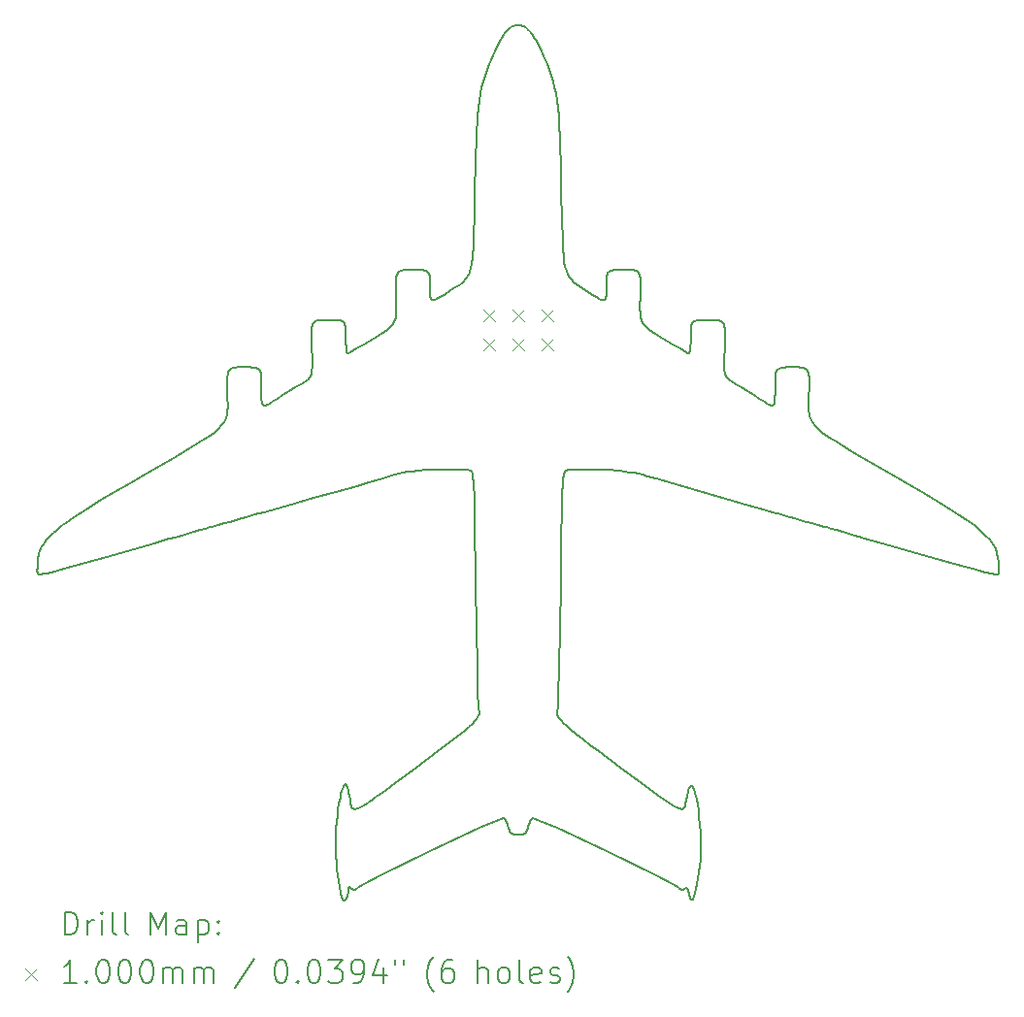
<source format=gbr>
%TF.GenerationSoftware,KiCad,Pcbnew,(6.99.0-2452-gdb4f2d9dd8)*%
%TF.CreationDate,2022-07-20T23:01:23+09:00*%
%TF.ProjectId,an225,616e3232-352e-46b6-9963-61645f706362,rev?*%
%TF.SameCoordinates,Original*%
%TF.FileFunction,Drillmap*%
%TF.FilePolarity,Positive*%
%FSLAX45Y45*%
G04 Gerber Fmt 4.5, Leading zero omitted, Abs format (unit mm)*
G04 Created by KiCad (PCBNEW (6.99.0-2452-gdb4f2d9dd8)) date 2022-07-20 23:01:23*
%MOMM*%
%LPD*%
G01*
G04 APERTURE LIST*
%ADD10C,0.150000*%
%ADD11C,0.200000*%
%ADD12C,0.100000*%
G04 APERTURE END LIST*
D10*
X12002557Y-4592215D02*
X12015200Y-4594929D01*
X12027853Y-4599452D01*
X12040521Y-4605784D01*
X12053208Y-4613925D01*
X12065918Y-4623876D01*
X12078658Y-4635636D01*
X12091431Y-4649204D01*
X12104242Y-4664583D01*
X12117097Y-4681770D01*
X12130000Y-4700767D01*
X12142956Y-4721572D01*
X12155969Y-4744187D01*
X12169044Y-4768612D01*
X12182187Y-4794845D01*
X12195402Y-4822888D01*
X12220220Y-4878251D01*
X12242343Y-4930613D01*
X12261947Y-4981224D01*
X12279206Y-5031330D01*
X12294296Y-5082182D01*
X12307391Y-5135028D01*
X12318668Y-5191116D01*
X12328300Y-5251695D01*
X12336464Y-5318015D01*
X12343334Y-5391322D01*
X12349085Y-5472867D01*
X12353892Y-5563898D01*
X12357931Y-5665663D01*
X12361377Y-5779411D01*
X12367189Y-6047852D01*
X12371941Y-6290027D01*
X12377615Y-6473359D01*
X12381478Y-6546046D01*
X12386388Y-6607728D01*
X12392617Y-6659639D01*
X12400437Y-6703014D01*
X12410119Y-6739088D01*
X12421937Y-6769096D01*
X12436161Y-6794273D01*
X12453064Y-6815854D01*
X12472919Y-6835074D01*
X12495997Y-6853168D01*
X12552910Y-6890917D01*
X12623832Y-6936176D01*
X12652230Y-6953891D01*
X12676378Y-6968275D01*
X12696620Y-6979286D01*
X12713299Y-6986883D01*
X12720410Y-6989388D01*
X12726759Y-6991024D01*
X12732388Y-6991785D01*
X12737342Y-6991667D01*
X12741663Y-6990664D01*
X12745394Y-6988770D01*
X12748578Y-6985982D01*
X12751258Y-6982294D01*
X12753476Y-6977700D01*
X12755276Y-6972195D01*
X12756701Y-6965774D01*
X12757794Y-6958432D01*
X12759153Y-6940964D01*
X12759699Y-6919749D01*
X12759724Y-6865913D01*
X12760019Y-6820403D01*
X12760722Y-6801991D01*
X12762090Y-6786204D01*
X12763093Y-6779232D01*
X12764346Y-6772840D01*
X12765876Y-6767004D01*
X12767711Y-6761698D01*
X12769878Y-6756897D01*
X12772407Y-6752576D01*
X12775323Y-6748709D01*
X12778656Y-6745272D01*
X12782432Y-6742238D01*
X12786680Y-6739583D01*
X12791427Y-6737282D01*
X12796700Y-6735308D01*
X12802529Y-6733638D01*
X12808940Y-6732245D01*
X12815961Y-6731105D01*
X12823619Y-6730192D01*
X12840961Y-6728946D01*
X12861188Y-6728307D01*
X12911180Y-6728037D01*
X12937839Y-6728095D01*
X12961158Y-6728501D01*
X12981348Y-6729601D01*
X12990335Y-6730520D01*
X12998619Y-6731743D01*
X13006226Y-6733314D01*
X13013182Y-6735276D01*
X13019514Y-6737671D01*
X13025247Y-6740545D01*
X13030409Y-6743940D01*
X13035025Y-6747899D01*
X13039122Y-6752466D01*
X13042726Y-6757685D01*
X13045863Y-6763599D01*
X13048559Y-6770251D01*
X13050842Y-6777684D01*
X13052737Y-6785943D01*
X13054270Y-6795070D01*
X13055469Y-6805110D01*
X13056358Y-6816105D01*
X13056965Y-6828098D01*
X13057435Y-6855256D01*
X13057091Y-6886930D01*
X13054800Y-6965219D01*
X13052614Y-7043751D01*
X13052518Y-7076004D01*
X13053472Y-7104289D01*
X13055765Y-7129135D01*
X13057503Y-7140434D01*
X13059685Y-7151073D01*
X13062345Y-7161117D01*
X13065521Y-7170633D01*
X13069248Y-7179687D01*
X13073562Y-7188346D01*
X13078499Y-7196675D01*
X13084096Y-7204740D01*
X13090388Y-7212609D01*
X13097412Y-7220348D01*
X13105204Y-7228021D01*
X13113800Y-7235697D01*
X13133547Y-7251320D01*
X13156942Y-7267746D01*
X13184275Y-7285504D01*
X13251906Y-7327142D01*
X13332989Y-7376182D01*
X13402259Y-7417491D01*
X13452364Y-7446727D01*
X13467933Y-7455459D01*
X13475954Y-7459544D01*
X13476933Y-7459739D01*
X13477900Y-7459539D01*
X13478854Y-7458955D01*
X13479792Y-7457995D01*
X13480714Y-7456668D01*
X13481619Y-7454984D01*
X13482506Y-7452952D01*
X13483372Y-7450581D01*
X13485042Y-7444859D01*
X13486617Y-7437891D01*
X13488089Y-7429752D01*
X13489447Y-7420515D01*
X13490683Y-7410253D01*
X13491785Y-7399041D01*
X13492745Y-7386951D01*
X13493552Y-7374058D01*
X13494197Y-7360435D01*
X13494670Y-7346156D01*
X13494960Y-7331294D01*
X13495060Y-7315923D01*
X13495356Y-7265989D01*
X13496061Y-7245786D01*
X13497433Y-7228464D01*
X13498439Y-7220815D01*
X13499695Y-7213802D01*
X13501230Y-7207398D01*
X13503070Y-7201577D01*
X13505245Y-7196309D01*
X13507780Y-7191568D01*
X13510706Y-7187325D01*
X13514048Y-7183553D01*
X13517835Y-7180225D01*
X13522096Y-7177311D01*
X13526857Y-7174786D01*
X13532146Y-7172621D01*
X13537992Y-7170788D01*
X13544422Y-7169260D01*
X13551464Y-7168009D01*
X13559145Y-7167007D01*
X13576539Y-7165640D01*
X13596825Y-7164939D01*
X13646967Y-7164643D01*
X13673704Y-7164704D01*
X13697091Y-7165132D01*
X13717338Y-7166291D01*
X13726349Y-7167260D01*
X13734654Y-7168550D01*
X13742279Y-7170206D01*
X13749250Y-7172274D01*
X13755594Y-7174799D01*
X13761336Y-7177829D01*
X13766503Y-7181407D01*
X13771121Y-7185581D01*
X13775217Y-7190396D01*
X13778816Y-7195898D01*
X13781945Y-7202132D01*
X13784630Y-7209144D01*
X13786898Y-7216981D01*
X13788774Y-7225687D01*
X13790285Y-7235309D01*
X13791457Y-7245893D01*
X13792317Y-7257483D01*
X13792890Y-7270127D01*
X13793282Y-7298757D01*
X13792844Y-7332148D01*
X13790316Y-7414679D01*
X13787694Y-7497330D01*
X13787032Y-7531006D01*
X13786988Y-7560189D01*
X13787703Y-7585337D01*
X13789315Y-7606905D01*
X13791963Y-7625349D01*
X13795787Y-7641126D01*
X13800927Y-7654690D01*
X13804033Y-7660786D01*
X13807521Y-7666500D01*
X13815709Y-7677010D01*
X13825631Y-7686677D01*
X13837425Y-7695956D01*
X13851230Y-7705305D01*
X13885435Y-7726033D01*
X13933851Y-7755049D01*
X13989034Y-7788725D01*
X14044189Y-7822884D01*
X14092520Y-7853348D01*
X14138808Y-7882672D01*
X14157449Y-7893852D01*
X14173373Y-7902498D01*
X14180383Y-7905821D01*
X14186794Y-7908451D01*
X14192632Y-7910368D01*
X14197926Y-7911552D01*
X14202700Y-7911983D01*
X14206982Y-7911641D01*
X14210799Y-7910506D01*
X14214177Y-7908558D01*
X14217144Y-7905778D01*
X14219725Y-7902146D01*
X14221948Y-7897640D01*
X14223840Y-7892243D01*
X14225426Y-7885933D01*
X14226734Y-7878691D01*
X14227791Y-7870497D01*
X14228623Y-7861330D01*
X14229719Y-7840002D01*
X14230238Y-7814546D01*
X14230396Y-7750614D01*
X14230693Y-7693727D01*
X14231400Y-7670712D01*
X14232775Y-7650978D01*
X14233783Y-7642263D01*
X14235043Y-7634273D01*
X14236581Y-7626978D01*
X14238425Y-7620346D01*
X14240604Y-7614345D01*
X14243146Y-7608944D01*
X14246078Y-7604110D01*
X14249428Y-7599813D01*
X14253224Y-7596021D01*
X14257494Y-7592702D01*
X14262266Y-7589825D01*
X14267568Y-7587358D01*
X14273427Y-7585270D01*
X14279872Y-7583529D01*
X14286930Y-7582104D01*
X14294629Y-7580963D01*
X14312063Y-7579406D01*
X14332396Y-7578607D01*
X14382653Y-7578270D01*
X14409451Y-7578333D01*
X14432890Y-7578776D01*
X14453177Y-7579978D01*
X14462204Y-7580982D01*
X14470521Y-7582318D01*
X14478155Y-7584033D01*
X14485131Y-7586175D01*
X14491476Y-7588792D01*
X14497215Y-7591931D01*
X14502374Y-7595638D01*
X14506981Y-7599963D01*
X14511060Y-7604951D01*
X14514638Y-7610651D01*
X14517741Y-7617110D01*
X14520395Y-7624375D01*
X14522626Y-7632494D01*
X14524460Y-7641514D01*
X14525923Y-7651483D01*
X14527041Y-7662447D01*
X14527841Y-7674456D01*
X14528347Y-7687555D01*
X14528587Y-7717216D01*
X14527970Y-7751811D01*
X14524994Y-7837316D01*
X14523423Y-7883015D01*
X14523118Y-7923618D01*
X14523762Y-7942315D01*
X14525111Y-7960104D01*
X14527292Y-7977108D01*
X14530435Y-7993449D01*
X14534670Y-8009249D01*
X14540124Y-8024629D01*
X14546928Y-8039713D01*
X14555210Y-8054622D01*
X14565101Y-8069478D01*
X14576727Y-8084404D01*
X14590220Y-8099521D01*
X14605708Y-8114952D01*
X14623319Y-8130819D01*
X14643184Y-8147243D01*
X14665432Y-8164347D01*
X14690191Y-8182253D01*
X14717590Y-8201084D01*
X14747759Y-8220960D01*
X14816924Y-8264340D01*
X14898717Y-8313370D01*
X14994171Y-8369026D01*
X15230196Y-8504125D01*
X15512552Y-8667003D01*
X15733862Y-8800222D01*
X15823879Y-8857648D01*
X15901340Y-8909984D01*
X15967145Y-8958006D01*
X16022196Y-9002488D01*
X16067394Y-9044207D01*
X16103641Y-9083937D01*
X16131839Y-9122453D01*
X16152889Y-9160531D01*
X16167691Y-9198944D01*
X16177148Y-9238470D01*
X16182162Y-9279882D01*
X16183632Y-9323956D01*
X16183790Y-9331913D01*
X16184167Y-9339393D01*
X16184998Y-9352828D01*
X16185161Y-9358739D01*
X16184962Y-9364083D01*
X16184257Y-9368836D01*
X16183668Y-9370984D01*
X16182899Y-9372976D01*
X16181930Y-9374810D01*
X16180743Y-9376482D01*
X16179321Y-9377989D01*
X16177645Y-9379330D01*
X16175697Y-9380500D01*
X16173459Y-9381497D01*
X16170913Y-9382319D01*
X16168040Y-9382963D01*
X16164823Y-9383425D01*
X16161243Y-9383703D01*
X16152922Y-9383696D01*
X16142932Y-9382919D01*
X16131128Y-9381350D01*
X16117365Y-9378967D01*
X16101498Y-9375746D01*
X16083380Y-9371665D01*
X16062868Y-9366703D01*
X16039816Y-9360835D01*
X16014078Y-9354041D01*
X15953966Y-9337582D01*
X15881369Y-9317146D01*
X15795126Y-9292552D01*
X15577056Y-9230176D01*
X15165010Y-9113247D01*
X14979106Y-9061653D01*
X14971358Y-9059803D01*
X14958805Y-9056470D01*
X14921911Y-9046107D01*
X14873666Y-9032066D01*
X14819314Y-9015850D01*
X14764878Y-8999622D01*
X14716405Y-8985547D01*
X14679172Y-8975134D01*
X14658459Y-8969891D01*
X14650619Y-8968045D01*
X14638217Y-8964785D01*
X14602267Y-8954745D01*
X14555692Y-8941222D01*
X14503573Y-8925668D01*
X14450078Y-8909731D01*
X14399752Y-8895167D01*
X14358251Y-8883586D01*
X14331230Y-8876599D01*
X14289382Y-8865316D01*
X14207512Y-8842040D01*
X14097440Y-8810168D01*
X13970987Y-8773096D01*
X13191497Y-8548135D01*
X13187761Y-8547523D01*
X13183673Y-8546705D01*
X13174499Y-8544527D01*
X13164091Y-8541744D01*
X13152567Y-8538502D01*
X13126640Y-8531224D01*
X13112471Y-8527477D01*
X13097655Y-8523853D01*
X13070689Y-8515650D01*
X13038298Y-8508047D01*
X13001220Y-8501062D01*
X12960193Y-8494713D01*
X12869244Y-8483991D01*
X12771352Y-8476021D01*
X12672421Y-8470943D01*
X12578354Y-8468897D01*
X12495054Y-8470023D01*
X12459285Y-8471819D01*
X12428422Y-8474461D01*
X12423375Y-8474491D01*
X12418641Y-8474703D01*
X12416387Y-8474935D01*
X12414208Y-8475280D01*
X12412100Y-8475761D01*
X12410063Y-8476402D01*
X12408095Y-8477225D01*
X12406194Y-8478252D01*
X12404359Y-8479507D01*
X12402589Y-8481012D01*
X12400881Y-8482790D01*
X12399235Y-8484864D01*
X12397648Y-8487256D01*
X12396120Y-8489990D01*
X12394648Y-8493087D01*
X12393232Y-8496571D01*
X12391868Y-8500465D01*
X12390557Y-8504791D01*
X12389297Y-8509572D01*
X12388085Y-8514830D01*
X12386921Y-8520589D01*
X12385802Y-8526871D01*
X12384728Y-8533699D01*
X12383697Y-8541096D01*
X12381756Y-8557686D01*
X12379967Y-8576824D01*
X12378319Y-8598692D01*
X12376798Y-8623472D01*
X12375392Y-8651345D01*
X12374089Y-8682494D01*
X12372877Y-8717101D01*
X12371743Y-8755347D01*
X12370675Y-8797414D01*
X12369661Y-8843486D01*
X12368687Y-8893743D01*
X12366814Y-9007541D01*
X12364957Y-9140265D01*
X12360896Y-9468314D01*
X12355070Y-9861582D01*
X12348058Y-10197672D01*
X12340744Y-10440909D01*
X12334008Y-10555614D01*
X12331520Y-10572165D01*
X12330656Y-10579854D01*
X12330178Y-10587278D01*
X12330187Y-10594529D01*
X12330781Y-10601703D01*
X12332061Y-10608892D01*
X12332989Y-10612522D01*
X12334125Y-10616192D01*
X12335483Y-10619912D01*
X12337075Y-10623695D01*
X12338912Y-10627552D01*
X12341009Y-10631496D01*
X12346027Y-10639688D01*
X12352228Y-10648366D01*
X12359714Y-10657623D01*
X12368582Y-10667554D01*
X12378933Y-10678252D01*
X12390867Y-10689811D01*
X12404483Y-10702325D01*
X12419880Y-10715888D01*
X12437159Y-10730594D01*
X12456420Y-10746537D01*
X12477761Y-10763811D01*
X12501282Y-10782509D01*
X12527084Y-10802726D01*
X12555266Y-10824555D01*
X12619167Y-10873427D01*
X12693784Y-10929876D01*
X12878354Y-11068509D01*
X13062993Y-11206687D01*
X13201995Y-11308823D01*
X13256505Y-11347400D01*
X13302153Y-11378197D01*
X13339788Y-11401624D01*
X13370260Y-11418091D01*
X13394418Y-11428008D01*
X13404395Y-11430638D01*
X13413111Y-11431785D01*
X13420673Y-11431499D01*
X13427188Y-11429832D01*
X13432760Y-11426835D01*
X13437498Y-11422559D01*
X13441506Y-11417056D01*
X13444890Y-11410377D01*
X13450214Y-11393696D01*
X13458054Y-11348475D01*
X13461454Y-11326898D01*
X13464992Y-11307563D01*
X13468658Y-11290441D01*
X13472440Y-11275508D01*
X13476326Y-11262737D01*
X13480307Y-11252101D01*
X13484371Y-11243575D01*
X13488507Y-11237133D01*
X13492704Y-11232748D01*
X13496950Y-11230394D01*
X13499089Y-11229971D01*
X13501236Y-11230045D01*
X13505549Y-11231675D01*
X13509879Y-11235257D01*
X13514215Y-11240766D01*
X13518546Y-11248174D01*
X13522860Y-11257457D01*
X13527147Y-11268587D01*
X13531396Y-11281539D01*
X13535595Y-11296287D01*
X13539734Y-11312803D01*
X13547786Y-11351039D01*
X13555464Y-11396038D01*
X13562679Y-11447589D01*
X13569344Y-11505484D01*
X13575370Y-11569514D01*
X13580668Y-11639467D01*
X13583192Y-11695332D01*
X13583586Y-11753494D01*
X13582056Y-11812829D01*
X13578809Y-11872210D01*
X13574054Y-11930510D01*
X13567997Y-11986604D01*
X13560845Y-12039366D01*
X13552807Y-12087668D01*
X13544089Y-12130386D01*
X13534898Y-12166392D01*
X13525443Y-12194561D01*
X13515930Y-12213766D01*
X13511216Y-12219656D01*
X13506566Y-12222882D01*
X13502005Y-12223304D01*
X13497559Y-12220782D01*
X13493255Y-12215174D01*
X13489117Y-12206339D01*
X13481446Y-12178429D01*
X13479413Y-12169074D01*
X13477338Y-12160547D01*
X13475218Y-12152846D01*
X13473049Y-12145966D01*
X13470830Y-12139903D01*
X13468556Y-12134652D01*
X13466224Y-12130210D01*
X13463833Y-12126572D01*
X13462613Y-12125053D01*
X13461377Y-12123734D01*
X13460125Y-12122614D01*
X13458855Y-12121692D01*
X13457568Y-12120969D01*
X13456263Y-12120442D01*
X13454940Y-12120113D01*
X13453598Y-12119980D01*
X13452237Y-12120043D01*
X13450857Y-12120302D01*
X13449457Y-12120755D01*
X13448037Y-12121403D01*
X13446596Y-12122244D01*
X13445134Y-12123279D01*
X13442146Y-12125926D01*
X13440633Y-12127388D01*
X13439124Y-12128741D01*
X13437619Y-12129986D01*
X13436118Y-12131123D01*
X13434620Y-12132151D01*
X13433125Y-12133070D01*
X13431632Y-12133881D01*
X13430140Y-12134583D01*
X13428650Y-12135176D01*
X13427160Y-12135660D01*
X13425671Y-12136036D01*
X13424181Y-12136302D01*
X13422691Y-12136460D01*
X13421200Y-12136508D01*
X13419707Y-12136447D01*
X13418211Y-12136276D01*
X13416713Y-12135997D01*
X13415212Y-12135607D01*
X13413708Y-12135109D01*
X13412199Y-12134500D01*
X13410686Y-12133782D01*
X13409167Y-12132954D01*
X13407644Y-12132017D01*
X13406114Y-12130970D01*
X13404578Y-12129812D01*
X13403034Y-12128545D01*
X13401484Y-12127167D01*
X13399925Y-12125680D01*
X13398358Y-12124082D01*
X13396783Y-12122373D01*
X13395198Y-12120555D01*
X13393603Y-12118626D01*
X13333639Y-12084254D01*
X13189434Y-12011237D01*
X12759777Y-11802565D01*
X12327578Y-11599197D01*
X12180197Y-11532811D01*
X12115786Y-11507722D01*
X12114948Y-11507819D01*
X12114064Y-11508109D01*
X12113139Y-11508586D01*
X12112173Y-11509246D01*
X12111169Y-11510084D01*
X12110131Y-11511094D01*
X12109059Y-11512273D01*
X12107957Y-11513615D01*
X12106826Y-11515115D01*
X12105670Y-11516770D01*
X12103291Y-11520521D01*
X12100837Y-11524831D01*
X12098327Y-11529660D01*
X12095782Y-11534970D01*
X12093219Y-11540724D01*
X12090659Y-11546882D01*
X12088120Y-11553407D01*
X12085621Y-11560260D01*
X12083181Y-11567403D01*
X12080820Y-11574797D01*
X12078556Y-11582405D01*
X12075230Y-11593519D01*
X12071914Y-11603517D01*
X12068544Y-11612452D01*
X12065054Y-11620380D01*
X12063243Y-11623984D01*
X12061377Y-11627357D01*
X12059449Y-11630505D01*
X12057450Y-11633437D01*
X12055371Y-11636158D01*
X12053205Y-11638676D01*
X12050943Y-11640997D01*
X12048577Y-11643129D01*
X12046099Y-11645078D01*
X12043501Y-11646852D01*
X12040775Y-11648456D01*
X12037912Y-11649899D01*
X12034904Y-11651186D01*
X12031744Y-11652325D01*
X12028422Y-11653323D01*
X12024931Y-11654187D01*
X12021262Y-11654923D01*
X12017407Y-11655539D01*
X12009108Y-11656436D01*
X11999967Y-11656934D01*
X11989919Y-11657087D01*
X11979872Y-11656934D01*
X11970731Y-11656436D01*
X11962432Y-11655539D01*
X11958577Y-11654923D01*
X11954908Y-11654187D01*
X11951417Y-11653323D01*
X11948095Y-11652325D01*
X11944934Y-11651186D01*
X11941926Y-11649899D01*
X11939063Y-11648456D01*
X11936337Y-11646852D01*
X11933739Y-11645078D01*
X11931261Y-11643129D01*
X11928896Y-11640997D01*
X11926634Y-11638676D01*
X11924468Y-11636158D01*
X11922389Y-11633437D01*
X11920390Y-11630505D01*
X11918461Y-11627357D01*
X11916596Y-11623984D01*
X11914785Y-11620380D01*
X11911294Y-11612452D01*
X11907924Y-11603517D01*
X11904609Y-11593519D01*
X11901283Y-11582405D01*
X11899019Y-11574797D01*
X11896658Y-11567403D01*
X11894218Y-11560260D01*
X11891719Y-11553407D01*
X11889180Y-11546882D01*
X11886619Y-11540724D01*
X11884057Y-11534970D01*
X11881511Y-11529660D01*
X11879002Y-11524831D01*
X11876548Y-11520521D01*
X11874168Y-11516770D01*
X11871882Y-11513615D01*
X11869708Y-11511094D01*
X11867666Y-11509246D01*
X11865774Y-11508109D01*
X11864891Y-11507819D01*
X11864052Y-11507722D01*
X11799641Y-11532811D01*
X11652260Y-11599197D01*
X11220062Y-11802565D01*
X10790405Y-12011237D01*
X10646200Y-12084254D01*
X10586236Y-12118626D01*
X10582752Y-12122774D01*
X10581062Y-12124651D01*
X10579403Y-12126396D01*
X10577771Y-12128010D01*
X10576165Y-12129493D01*
X10574582Y-12130845D01*
X10573019Y-12132067D01*
X10571473Y-12133158D01*
X10569942Y-12134119D01*
X10568422Y-12134950D01*
X10566912Y-12135651D01*
X10565409Y-12136223D01*
X10563910Y-12136666D01*
X10562412Y-12136979D01*
X10560912Y-12137164D01*
X10559408Y-12137220D01*
X10557898Y-12137147D01*
X10556378Y-12136946D01*
X10554846Y-12136618D01*
X10553299Y-12136161D01*
X10551734Y-12135577D01*
X10550149Y-12134866D01*
X10548542Y-12134027D01*
X10546908Y-12133061D01*
X10545247Y-12131969D01*
X10543554Y-12130750D01*
X10541828Y-12129405D01*
X10540065Y-12127934D01*
X10538264Y-12126337D01*
X10534533Y-12122767D01*
X10530872Y-12119236D01*
X10529161Y-12117690D01*
X10527527Y-12116291D01*
X10525968Y-12115041D01*
X10524484Y-12113940D01*
X10523073Y-12112989D01*
X10521734Y-12112189D01*
X10520464Y-12111542D01*
X10519264Y-12111048D01*
X10518131Y-12110708D01*
X10517064Y-12110522D01*
X10516061Y-12110493D01*
X10515122Y-12110621D01*
X10514244Y-12110906D01*
X10513427Y-12111350D01*
X10512668Y-12111953D01*
X10511967Y-12112718D01*
X10511323Y-12113643D01*
X10510733Y-12114731D01*
X10510196Y-12115983D01*
X10509711Y-12117399D01*
X10509276Y-12118980D01*
X10508891Y-12120727D01*
X10508553Y-12122641D01*
X10508262Y-12124724D01*
X10508015Y-12126975D01*
X10507812Y-12129397D01*
X10507530Y-12134753D01*
X10507406Y-12140801D01*
X10506884Y-12154055D01*
X10505588Y-12166566D01*
X10503604Y-12178230D01*
X10501016Y-12188945D01*
X10497909Y-12198607D01*
X10494369Y-12207113D01*
X10490481Y-12214360D01*
X10488432Y-12217479D01*
X10486328Y-12220244D01*
X10484180Y-12222643D01*
X10481997Y-12224663D01*
X10479791Y-12226290D01*
X10477573Y-12227512D01*
X10475352Y-12228317D01*
X10473139Y-12228690D01*
X10470946Y-12228619D01*
X10468782Y-12228092D01*
X10466659Y-12227095D01*
X10464587Y-12225615D01*
X10462576Y-12223640D01*
X10460638Y-12221157D01*
X10458782Y-12218152D01*
X10457020Y-12214613D01*
X10455362Y-12210527D01*
X10453818Y-12205881D01*
X10453818Y-12205882D01*
X10441896Y-12162003D01*
X10431402Y-12114686D01*
X10422344Y-12064357D01*
X10414728Y-12011440D01*
X10408564Y-11956362D01*
X10403857Y-11899548D01*
X10400615Y-11841425D01*
X10398846Y-11782418D01*
X10398557Y-11722953D01*
X10399756Y-11663455D01*
X10402450Y-11604351D01*
X10406646Y-11546066D01*
X10412351Y-11489026D01*
X10419574Y-11433657D01*
X10428321Y-11380384D01*
X10438600Y-11329633D01*
X10445071Y-11302000D01*
X10451271Y-11278185D01*
X10457223Y-11258194D01*
X10462949Y-11242031D01*
X10465733Y-11235387D01*
X10468468Y-11229702D01*
X10471157Y-11224976D01*
X10473804Y-11221210D01*
X10476409Y-11218406D01*
X10478977Y-11216562D01*
X10481509Y-11215681D01*
X10484009Y-11215762D01*
X10486479Y-11216807D01*
X10488922Y-11218815D01*
X10491341Y-11221788D01*
X10493737Y-11225725D01*
X10496115Y-11230629D01*
X10498477Y-11236499D01*
X10503161Y-11251139D01*
X10507813Y-11269652D01*
X10512453Y-11292043D01*
X10517103Y-11318315D01*
X10521785Y-11348475D01*
X10525520Y-11372925D01*
X10527473Y-11383796D01*
X10529625Y-11393696D01*
X10532081Y-11402574D01*
X10534949Y-11410378D01*
X10538333Y-11417057D01*
X10540253Y-11419959D01*
X10542341Y-11422560D01*
X10544612Y-11424854D01*
X10547078Y-11426836D01*
X10549754Y-11428497D01*
X10552651Y-11429832D01*
X10555784Y-11430835D01*
X10559166Y-11431500D01*
X10562809Y-11431818D01*
X10566728Y-11431785D01*
X10570935Y-11431394D01*
X10575444Y-11430639D01*
X10580268Y-11429512D01*
X10585421Y-11428009D01*
X10596763Y-11423843D01*
X10609578Y-11418092D01*
X10623972Y-11410703D01*
X10640051Y-11401625D01*
X10657920Y-11390807D01*
X10677686Y-11378198D01*
X10699455Y-11363747D01*
X10723334Y-11347401D01*
X10749428Y-11329111D01*
X10777844Y-11308824D01*
X10842065Y-11262056D01*
X10916846Y-11206688D01*
X11101485Y-11068510D01*
X11286055Y-10929876D01*
X11424573Y-10824556D01*
X11523419Y-10746537D01*
X11559959Y-10715888D01*
X11588972Y-10689811D01*
X11611257Y-10667554D01*
X11627610Y-10648366D01*
X11638830Y-10631496D01*
X11645713Y-10616192D01*
X11649058Y-10601703D01*
X11649660Y-10587278D01*
X11645830Y-10555614D01*
X11642590Y-10516557D01*
X11639095Y-10440909D01*
X11631781Y-10197672D01*
X11624769Y-9861582D01*
X11618942Y-9468314D01*
X11611181Y-8893743D01*
X11607062Y-8717101D01*
X11601760Y-8598693D01*
X11594504Y-8526871D01*
X11589903Y-8504791D01*
X11584527Y-8489990D01*
X11578277Y-8481013D01*
X11571059Y-8476402D01*
X11553331Y-8474461D01*
X11467052Y-8471922D01*
X11377199Y-8470757D01*
X11285899Y-8471523D01*
X11195282Y-8474779D01*
X11107473Y-8481082D01*
X11065287Y-8485550D01*
X11024602Y-8490990D01*
X10985683Y-8497470D01*
X10948796Y-8505061D01*
X10914208Y-8513832D01*
X10882184Y-8523853D01*
X10868582Y-8529185D01*
X10854534Y-8534352D01*
X10840442Y-8539226D01*
X10826713Y-8543682D01*
X10813750Y-8547593D01*
X10801958Y-8550830D01*
X10791743Y-8553268D01*
X10783508Y-8554780D01*
X10685818Y-8584960D01*
X10588564Y-8613396D01*
X10394984Y-8666873D01*
X10202001Y-8718883D01*
X10008851Y-8773097D01*
X9772326Y-8842040D01*
X9690456Y-8865316D01*
X9648609Y-8876599D01*
X9637262Y-8879418D01*
X9621588Y-8883587D01*
X9580087Y-8895167D01*
X9529760Y-8909731D01*
X9476265Y-8925668D01*
X9424146Y-8941222D01*
X9377571Y-8954745D01*
X9341621Y-8964785D01*
X9321378Y-8969891D01*
X9313416Y-8971772D01*
X9300665Y-8975134D01*
X9263433Y-8985547D01*
X9214959Y-8999622D01*
X9160523Y-9015850D01*
X9106171Y-9032066D01*
X9057926Y-9046107D01*
X9021032Y-9056470D01*
X9000731Y-9061653D01*
X8945857Y-9076519D01*
X8814827Y-9113248D01*
X8402780Y-9230176D01*
X8025871Y-9337582D01*
X7916969Y-9366703D01*
X7878339Y-9375746D01*
X7848708Y-9381350D01*
X7826915Y-9383696D01*
X7811796Y-9382963D01*
X7802191Y-9379330D01*
X7796938Y-9372976D01*
X7794874Y-9364083D01*
X7794839Y-9352828D01*
X7796204Y-9323956D01*
X7796553Y-9301538D01*
X7797675Y-9279882D01*
X7799683Y-9258892D01*
X7802689Y-9238470D01*
X7806805Y-9218520D01*
X7812146Y-9198944D01*
X7818823Y-9179647D01*
X7826948Y-9160531D01*
X7836636Y-9141498D01*
X7847998Y-9122453D01*
X7861147Y-9103298D01*
X7876196Y-9083937D01*
X7893257Y-9064272D01*
X7912443Y-9044207D01*
X7933867Y-9023645D01*
X7957641Y-9002488D01*
X7983879Y-8980641D01*
X8012692Y-8958006D01*
X8044194Y-8934486D01*
X8078497Y-8909984D01*
X8115714Y-8884404D01*
X8155958Y-8857648D01*
X8245975Y-8800222D01*
X8349450Y-8736933D01*
X8467286Y-8667003D01*
X8600382Y-8589659D01*
X8749641Y-8504125D01*
X8985666Y-8369026D01*
X9162913Y-8264340D01*
X9232078Y-8220960D01*
X9289646Y-8182253D01*
X9336653Y-8147243D01*
X9374129Y-8114952D01*
X9403110Y-8084404D01*
X9424627Y-8054622D01*
X9439713Y-8024629D01*
X9449402Y-7993449D01*
X9454726Y-7960104D01*
X9456719Y-7923618D01*
X9454843Y-7837316D01*
X9451867Y-7751811D01*
X9451250Y-7717216D01*
X9451490Y-7687555D01*
X9452796Y-7662447D01*
X9455377Y-7641514D01*
X9457211Y-7632494D01*
X9459442Y-7624375D01*
X9462096Y-7617110D01*
X9465199Y-7610651D01*
X9468777Y-7604951D01*
X9472856Y-7599963D01*
X9477463Y-7595638D01*
X9482622Y-7591931D01*
X9488361Y-7588792D01*
X9494706Y-7586175D01*
X9501682Y-7584033D01*
X9509316Y-7582318D01*
X9526660Y-7579978D01*
X9546947Y-7578776D01*
X9597184Y-7578270D01*
X9647441Y-7578607D01*
X9667774Y-7579406D01*
X9685208Y-7580963D01*
X9692907Y-7582104D01*
X9699965Y-7583529D01*
X9706410Y-7585270D01*
X9712269Y-7587358D01*
X9717571Y-7589825D01*
X9722343Y-7592702D01*
X9726613Y-7596021D01*
X9730409Y-7599813D01*
X9733759Y-7604110D01*
X9736691Y-7608944D01*
X9739233Y-7614345D01*
X9741412Y-7620346D01*
X9743256Y-7626978D01*
X9744794Y-7634273D01*
X9746054Y-7642263D01*
X9747062Y-7650978D01*
X9748437Y-7670712D01*
X9749144Y-7693727D01*
X9749441Y-7750614D01*
X9749599Y-7814546D01*
X9750118Y-7840002D01*
X9751214Y-7861330D01*
X9753103Y-7878691D01*
X9754411Y-7885933D01*
X9755997Y-7892243D01*
X9757889Y-7897640D01*
X9760112Y-7902146D01*
X9762693Y-7905778D01*
X9765659Y-7908558D01*
X9769038Y-7910506D01*
X9772855Y-7911641D01*
X9777137Y-7911983D01*
X9781911Y-7911552D01*
X9787204Y-7910368D01*
X9793043Y-7908451D01*
X9799454Y-7905821D01*
X9806464Y-7902498D01*
X9822388Y-7893852D01*
X9841029Y-7882672D01*
X9887316Y-7853348D01*
X9935648Y-7822884D01*
X9990803Y-7788725D01*
X10045985Y-7755049D01*
X10094401Y-7726033D01*
X10112649Y-7715178D01*
X10128606Y-7705305D01*
X10135769Y-7700593D01*
X10142412Y-7695956D01*
X10148552Y-7691336D01*
X10154206Y-7686677D01*
X10159392Y-7681920D01*
X10164127Y-7677010D01*
X10168430Y-7671889D01*
X10172316Y-7666500D01*
X10175803Y-7660786D01*
X10178910Y-7654690D01*
X10181653Y-7648156D01*
X10184049Y-7641126D01*
X10186117Y-7633542D01*
X10187874Y-7625349D01*
X10189336Y-7616489D01*
X10190522Y-7606905D01*
X10191449Y-7596540D01*
X10192134Y-7585337D01*
X10192595Y-7573239D01*
X10192848Y-7560189D01*
X10192805Y-7531006D01*
X10192143Y-7497330D01*
X10189521Y-7414679D01*
X10186993Y-7332148D01*
X10186554Y-7298757D01*
X10186947Y-7270127D01*
X10188379Y-7245893D01*
X10191063Y-7225687D01*
X10192939Y-7216981D01*
X10195206Y-7209144D01*
X10197892Y-7202132D01*
X10201021Y-7195898D01*
X10204620Y-7190396D01*
X10208715Y-7185581D01*
X10213334Y-7181408D01*
X10218501Y-7177829D01*
X10224243Y-7174800D01*
X10230586Y-7172274D01*
X10237557Y-7170206D01*
X10245182Y-7168550D01*
X10262499Y-7166292D01*
X10282745Y-7165132D01*
X10332870Y-7164643D01*
X10383011Y-7164939D01*
X10403298Y-7165641D01*
X10420691Y-7167007D01*
X10428373Y-7168009D01*
X10435415Y-7169260D01*
X10441844Y-7170788D01*
X10447690Y-7172621D01*
X10452980Y-7174786D01*
X10457741Y-7177312D01*
X10462001Y-7180225D01*
X10465789Y-7183553D01*
X10469131Y-7187325D01*
X10472056Y-7191568D01*
X10474592Y-7196309D01*
X10476766Y-7201577D01*
X10478607Y-7207399D01*
X10480141Y-7213802D01*
X10481397Y-7220815D01*
X10482403Y-7228465D01*
X10483776Y-7245786D01*
X10484480Y-7265989D01*
X10484777Y-7315923D01*
X10485167Y-7346156D01*
X10486284Y-7374058D01*
X10488051Y-7399041D01*
X10490389Y-7420515D01*
X10493220Y-7437891D01*
X10494795Y-7444859D01*
X10496464Y-7450581D01*
X10498217Y-7454984D01*
X10500045Y-7457995D01*
X10500983Y-7458955D01*
X10501936Y-7459539D01*
X10502903Y-7459739D01*
X10503883Y-7459544D01*
X10511903Y-7455459D01*
X10527472Y-7446727D01*
X10577578Y-7417491D01*
X10646848Y-7376182D01*
X10727930Y-7327142D01*
X10795562Y-7285505D01*
X10822895Y-7267746D01*
X10846290Y-7251320D01*
X10856602Y-7243442D01*
X10866037Y-7235698D01*
X10874633Y-7228022D01*
X10882425Y-7220348D01*
X10889449Y-7212609D01*
X10895741Y-7204741D01*
X10901338Y-7196675D01*
X10906275Y-7188346D01*
X10910589Y-7179688D01*
X10914316Y-7170633D01*
X10917492Y-7161118D01*
X10920152Y-7151073D01*
X10922333Y-7140435D01*
X10924072Y-7129135D01*
X10925404Y-7117109D01*
X10926364Y-7104289D01*
X10927318Y-7076004D01*
X10927223Y-7043751D01*
X10925036Y-6965219D01*
X10922745Y-6886930D01*
X10922401Y-6855256D01*
X10922872Y-6828098D01*
X10924368Y-6805110D01*
X10927100Y-6785943D01*
X10928995Y-6777684D01*
X10931277Y-6770251D01*
X10933974Y-6763599D01*
X10937111Y-6757685D01*
X10940715Y-6752466D01*
X10944812Y-6747899D01*
X10949428Y-6743940D01*
X10954590Y-6740545D01*
X10960323Y-6737671D01*
X10966655Y-6735276D01*
X10973611Y-6733314D01*
X10981218Y-6731743D01*
X10998489Y-6729601D01*
X11018679Y-6728501D01*
X11068657Y-6728037D01*
X11118649Y-6728307D01*
X11138875Y-6728946D01*
X11156218Y-6730192D01*
X11163876Y-6731105D01*
X11170897Y-6732245D01*
X11177308Y-6733638D01*
X11183137Y-6735308D01*
X11188410Y-6737282D01*
X11193157Y-6739583D01*
X11197405Y-6742238D01*
X11201181Y-6745272D01*
X11204514Y-6748709D01*
X11207430Y-6752576D01*
X11209959Y-6756897D01*
X11212126Y-6761698D01*
X11213961Y-6767004D01*
X11215491Y-6772840D01*
X11216744Y-6779232D01*
X11217747Y-6786204D01*
X11219115Y-6801991D01*
X11219817Y-6820403D01*
X11220113Y-6865913D01*
X11220138Y-6919749D01*
X11220683Y-6940964D01*
X11222043Y-6958432D01*
X11223136Y-6965774D01*
X11224561Y-6972195D01*
X11226361Y-6977700D01*
X11228579Y-6982294D01*
X11231259Y-6985982D01*
X11234443Y-6988771D01*
X11238173Y-6990664D01*
X11242494Y-6991667D01*
X11247448Y-6991785D01*
X11253078Y-6991024D01*
X11259427Y-6989388D01*
X11266538Y-6986883D01*
X11274453Y-6983514D01*
X11283216Y-6979286D01*
X11303458Y-6968275D01*
X11327606Y-6953891D01*
X11356005Y-6936176D01*
X11426927Y-6890917D01*
X11457267Y-6871371D01*
X11471007Y-6862179D01*
X11483840Y-6853168D01*
X11495799Y-6844185D01*
X11506918Y-6835074D01*
X11517231Y-6825682D01*
X11526772Y-6815854D01*
X11535576Y-6805436D01*
X11543676Y-6794273D01*
X11551106Y-6782211D01*
X11557900Y-6769096D01*
X11564093Y-6754773D01*
X11569718Y-6739088D01*
X11574809Y-6721886D01*
X11579400Y-6703014D01*
X11583526Y-6682316D01*
X11587220Y-6659639D01*
X11590516Y-6634828D01*
X11593448Y-6607728D01*
X11596051Y-6578186D01*
X11598358Y-6546046D01*
X11600404Y-6511156D01*
X11602221Y-6473359D01*
X11605310Y-6388431D01*
X11607896Y-6290027D01*
X11612648Y-6047852D01*
X11618460Y-5779411D01*
X11625944Y-5563898D01*
X11636503Y-5391322D01*
X11643373Y-5318015D01*
X11651536Y-5251695D01*
X11661169Y-5191116D01*
X11672445Y-5135028D01*
X11685541Y-5082182D01*
X11700631Y-5031330D01*
X11717890Y-4981224D01*
X11737494Y-4930613D01*
X11784435Y-4822888D01*
X11797650Y-4794845D01*
X11810792Y-4768612D01*
X11823868Y-4744187D01*
X11836881Y-4721572D01*
X11849837Y-4700767D01*
X11862740Y-4681770D01*
X11875594Y-4664583D01*
X11888406Y-4649204D01*
X11901179Y-4635636D01*
X11913918Y-4623876D01*
X11926629Y-4613925D01*
X11939316Y-4605784D01*
X11951983Y-4599452D01*
X11964636Y-4594929D01*
X11977280Y-4592215D01*
X11989918Y-4591310D01*
X12002557Y-4592215D01*
D11*
D12*
X11687500Y-7072500D02*
X11787500Y-7172500D01*
X11787500Y-7072500D02*
X11687500Y-7172500D01*
X11687500Y-7326500D02*
X11787500Y-7426500D01*
X11787500Y-7326500D02*
X11687500Y-7426500D01*
X11941500Y-7072500D02*
X12041500Y-7172500D01*
X12041500Y-7072500D02*
X11941500Y-7172500D01*
X11941500Y-7326500D02*
X12041500Y-7426500D01*
X12041500Y-7326500D02*
X11941500Y-7426500D01*
X12195500Y-7072500D02*
X12295500Y-7172500D01*
X12295500Y-7072500D02*
X12195500Y-7172500D01*
X12195500Y-7326500D02*
X12295500Y-7426500D01*
X12295500Y-7326500D02*
X12195500Y-7426500D01*
D11*
X8034958Y-12529666D02*
X8034958Y-12329666D01*
X8034958Y-12329666D02*
X8082577Y-12329666D01*
X8082577Y-12329666D02*
X8111148Y-12339190D01*
X8111148Y-12339190D02*
X8130196Y-12358237D01*
X8130196Y-12358237D02*
X8139720Y-12377285D01*
X8139720Y-12377285D02*
X8149243Y-12415380D01*
X8149243Y-12415380D02*
X8149243Y-12443952D01*
X8149243Y-12443952D02*
X8139720Y-12482047D01*
X8139720Y-12482047D02*
X8130196Y-12501095D01*
X8130196Y-12501095D02*
X8111148Y-12520142D01*
X8111148Y-12520142D02*
X8082577Y-12529666D01*
X8082577Y-12529666D02*
X8034958Y-12529666D01*
X8234958Y-12529666D02*
X8234958Y-12396333D01*
X8234958Y-12434428D02*
X8244482Y-12415380D01*
X8244482Y-12415380D02*
X8254005Y-12405856D01*
X8254005Y-12405856D02*
X8273053Y-12396333D01*
X8273053Y-12396333D02*
X8292101Y-12396333D01*
X8358767Y-12529666D02*
X8358767Y-12396333D01*
X8358767Y-12329666D02*
X8349243Y-12339190D01*
X8349243Y-12339190D02*
X8358767Y-12348714D01*
X8358767Y-12348714D02*
X8368291Y-12339190D01*
X8368291Y-12339190D02*
X8358767Y-12329666D01*
X8358767Y-12329666D02*
X8358767Y-12348714D01*
X8482577Y-12529666D02*
X8463529Y-12520142D01*
X8463529Y-12520142D02*
X8454005Y-12501095D01*
X8454005Y-12501095D02*
X8454005Y-12329666D01*
X8587339Y-12529666D02*
X8568291Y-12520142D01*
X8568291Y-12520142D02*
X8558767Y-12501095D01*
X8558767Y-12501095D02*
X8558767Y-12329666D01*
X8783529Y-12529666D02*
X8783529Y-12329666D01*
X8783529Y-12329666D02*
X8850196Y-12472523D01*
X8850196Y-12472523D02*
X8916863Y-12329666D01*
X8916863Y-12329666D02*
X8916863Y-12529666D01*
X9097815Y-12529666D02*
X9097815Y-12424904D01*
X9097815Y-12424904D02*
X9088291Y-12405856D01*
X9088291Y-12405856D02*
X9069244Y-12396333D01*
X9069244Y-12396333D02*
X9031148Y-12396333D01*
X9031148Y-12396333D02*
X9012101Y-12405856D01*
X9097815Y-12520142D02*
X9078767Y-12529666D01*
X9078767Y-12529666D02*
X9031148Y-12529666D01*
X9031148Y-12529666D02*
X9012101Y-12520142D01*
X9012101Y-12520142D02*
X9002577Y-12501095D01*
X9002577Y-12501095D02*
X9002577Y-12482047D01*
X9002577Y-12482047D02*
X9012101Y-12462999D01*
X9012101Y-12462999D02*
X9031148Y-12453476D01*
X9031148Y-12453476D02*
X9078767Y-12453476D01*
X9078767Y-12453476D02*
X9097815Y-12443952D01*
X9193053Y-12396333D02*
X9193053Y-12596333D01*
X9193053Y-12405856D02*
X9212101Y-12396333D01*
X9212101Y-12396333D02*
X9250196Y-12396333D01*
X9250196Y-12396333D02*
X9269244Y-12405856D01*
X9269244Y-12405856D02*
X9278767Y-12415380D01*
X9278767Y-12415380D02*
X9288291Y-12434428D01*
X9288291Y-12434428D02*
X9288291Y-12491571D01*
X9288291Y-12491571D02*
X9278767Y-12510618D01*
X9278767Y-12510618D02*
X9269244Y-12520142D01*
X9269244Y-12520142D02*
X9250196Y-12529666D01*
X9250196Y-12529666D02*
X9212101Y-12529666D01*
X9212101Y-12529666D02*
X9193053Y-12520142D01*
X9374005Y-12510618D02*
X9383529Y-12520142D01*
X9383529Y-12520142D02*
X9374005Y-12529666D01*
X9374005Y-12529666D02*
X9364482Y-12520142D01*
X9364482Y-12520142D02*
X9374005Y-12510618D01*
X9374005Y-12510618D02*
X9374005Y-12529666D01*
X9374005Y-12405856D02*
X9383529Y-12415380D01*
X9383529Y-12415380D02*
X9374005Y-12424904D01*
X9374005Y-12424904D02*
X9364482Y-12415380D01*
X9364482Y-12415380D02*
X9374005Y-12405856D01*
X9374005Y-12405856D02*
X9374005Y-12424904D01*
D12*
X7687339Y-12826190D02*
X7787339Y-12926190D01*
X7787339Y-12826190D02*
X7687339Y-12926190D01*
D11*
X8139720Y-12949666D02*
X8025434Y-12949666D01*
X8082577Y-12949666D02*
X8082577Y-12749666D01*
X8082577Y-12749666D02*
X8063529Y-12778237D01*
X8063529Y-12778237D02*
X8044482Y-12797285D01*
X8044482Y-12797285D02*
X8025434Y-12806809D01*
X8225434Y-12930618D02*
X8234958Y-12940142D01*
X8234958Y-12940142D02*
X8225434Y-12949666D01*
X8225434Y-12949666D02*
X8215910Y-12940142D01*
X8215910Y-12940142D02*
X8225434Y-12930618D01*
X8225434Y-12930618D02*
X8225434Y-12949666D01*
X8358767Y-12749666D02*
X8377815Y-12749666D01*
X8377815Y-12749666D02*
X8396863Y-12759190D01*
X8396863Y-12759190D02*
X8406386Y-12768714D01*
X8406386Y-12768714D02*
X8415910Y-12787761D01*
X8415910Y-12787761D02*
X8425434Y-12825856D01*
X8425434Y-12825856D02*
X8425434Y-12873476D01*
X8425434Y-12873476D02*
X8415910Y-12911571D01*
X8415910Y-12911571D02*
X8406386Y-12930618D01*
X8406386Y-12930618D02*
X8396863Y-12940142D01*
X8396863Y-12940142D02*
X8377815Y-12949666D01*
X8377815Y-12949666D02*
X8358767Y-12949666D01*
X8358767Y-12949666D02*
X8339720Y-12940142D01*
X8339720Y-12940142D02*
X8330196Y-12930618D01*
X8330196Y-12930618D02*
X8320672Y-12911571D01*
X8320672Y-12911571D02*
X8311148Y-12873476D01*
X8311148Y-12873476D02*
X8311148Y-12825856D01*
X8311148Y-12825856D02*
X8320672Y-12787761D01*
X8320672Y-12787761D02*
X8330196Y-12768714D01*
X8330196Y-12768714D02*
X8339720Y-12759190D01*
X8339720Y-12759190D02*
X8358767Y-12749666D01*
X8549244Y-12749666D02*
X8568291Y-12749666D01*
X8568291Y-12749666D02*
X8587339Y-12759190D01*
X8587339Y-12759190D02*
X8596863Y-12768714D01*
X8596863Y-12768714D02*
X8606386Y-12787761D01*
X8606386Y-12787761D02*
X8615910Y-12825856D01*
X8615910Y-12825856D02*
X8615910Y-12873476D01*
X8615910Y-12873476D02*
X8606386Y-12911571D01*
X8606386Y-12911571D02*
X8596863Y-12930618D01*
X8596863Y-12930618D02*
X8587339Y-12940142D01*
X8587339Y-12940142D02*
X8568291Y-12949666D01*
X8568291Y-12949666D02*
X8549244Y-12949666D01*
X8549244Y-12949666D02*
X8530196Y-12940142D01*
X8530196Y-12940142D02*
X8520672Y-12930618D01*
X8520672Y-12930618D02*
X8511148Y-12911571D01*
X8511148Y-12911571D02*
X8501625Y-12873476D01*
X8501625Y-12873476D02*
X8501625Y-12825856D01*
X8501625Y-12825856D02*
X8511148Y-12787761D01*
X8511148Y-12787761D02*
X8520672Y-12768714D01*
X8520672Y-12768714D02*
X8530196Y-12759190D01*
X8530196Y-12759190D02*
X8549244Y-12749666D01*
X8739720Y-12749666D02*
X8758767Y-12749666D01*
X8758767Y-12749666D02*
X8777815Y-12759190D01*
X8777815Y-12759190D02*
X8787339Y-12768714D01*
X8787339Y-12768714D02*
X8796863Y-12787761D01*
X8796863Y-12787761D02*
X8806386Y-12825856D01*
X8806386Y-12825856D02*
X8806386Y-12873476D01*
X8806386Y-12873476D02*
X8796863Y-12911571D01*
X8796863Y-12911571D02*
X8787339Y-12930618D01*
X8787339Y-12930618D02*
X8777815Y-12940142D01*
X8777815Y-12940142D02*
X8758767Y-12949666D01*
X8758767Y-12949666D02*
X8739720Y-12949666D01*
X8739720Y-12949666D02*
X8720672Y-12940142D01*
X8720672Y-12940142D02*
X8711148Y-12930618D01*
X8711148Y-12930618D02*
X8701625Y-12911571D01*
X8701625Y-12911571D02*
X8692101Y-12873476D01*
X8692101Y-12873476D02*
X8692101Y-12825856D01*
X8692101Y-12825856D02*
X8701625Y-12787761D01*
X8701625Y-12787761D02*
X8711148Y-12768714D01*
X8711148Y-12768714D02*
X8720672Y-12759190D01*
X8720672Y-12759190D02*
X8739720Y-12749666D01*
X8892101Y-12949666D02*
X8892101Y-12816333D01*
X8892101Y-12835380D02*
X8901625Y-12825856D01*
X8901625Y-12825856D02*
X8920672Y-12816333D01*
X8920672Y-12816333D02*
X8949244Y-12816333D01*
X8949244Y-12816333D02*
X8968291Y-12825856D01*
X8968291Y-12825856D02*
X8977815Y-12844904D01*
X8977815Y-12844904D02*
X8977815Y-12949666D01*
X8977815Y-12844904D02*
X8987339Y-12825856D01*
X8987339Y-12825856D02*
X9006386Y-12816333D01*
X9006386Y-12816333D02*
X9034958Y-12816333D01*
X9034958Y-12816333D02*
X9054006Y-12825856D01*
X9054006Y-12825856D02*
X9063529Y-12844904D01*
X9063529Y-12844904D02*
X9063529Y-12949666D01*
X9158767Y-12949666D02*
X9158767Y-12816333D01*
X9158767Y-12835380D02*
X9168291Y-12825856D01*
X9168291Y-12825856D02*
X9187339Y-12816333D01*
X9187339Y-12816333D02*
X9215910Y-12816333D01*
X9215910Y-12816333D02*
X9234958Y-12825856D01*
X9234958Y-12825856D02*
X9244482Y-12844904D01*
X9244482Y-12844904D02*
X9244482Y-12949666D01*
X9244482Y-12844904D02*
X9254006Y-12825856D01*
X9254006Y-12825856D02*
X9273053Y-12816333D01*
X9273053Y-12816333D02*
X9301625Y-12816333D01*
X9301625Y-12816333D02*
X9320672Y-12825856D01*
X9320672Y-12825856D02*
X9330196Y-12844904D01*
X9330196Y-12844904D02*
X9330196Y-12949666D01*
X9688291Y-12740142D02*
X9516863Y-12997285D01*
X9913053Y-12749666D02*
X9932101Y-12749666D01*
X9932101Y-12749666D02*
X9951148Y-12759190D01*
X9951148Y-12759190D02*
X9960672Y-12768714D01*
X9960672Y-12768714D02*
X9970196Y-12787761D01*
X9970196Y-12787761D02*
X9979720Y-12825856D01*
X9979720Y-12825856D02*
X9979720Y-12873476D01*
X9979720Y-12873476D02*
X9970196Y-12911571D01*
X9970196Y-12911571D02*
X9960672Y-12930618D01*
X9960672Y-12930618D02*
X9951148Y-12940142D01*
X9951148Y-12940142D02*
X9932101Y-12949666D01*
X9932101Y-12949666D02*
X9913053Y-12949666D01*
X9913053Y-12949666D02*
X9894006Y-12940142D01*
X9894006Y-12940142D02*
X9884482Y-12930618D01*
X9884482Y-12930618D02*
X9874958Y-12911571D01*
X9874958Y-12911571D02*
X9865434Y-12873476D01*
X9865434Y-12873476D02*
X9865434Y-12825856D01*
X9865434Y-12825856D02*
X9874958Y-12787761D01*
X9874958Y-12787761D02*
X9884482Y-12768714D01*
X9884482Y-12768714D02*
X9894006Y-12759190D01*
X9894006Y-12759190D02*
X9913053Y-12749666D01*
X10065434Y-12930618D02*
X10074958Y-12940142D01*
X10074958Y-12940142D02*
X10065434Y-12949666D01*
X10065434Y-12949666D02*
X10055910Y-12940142D01*
X10055910Y-12940142D02*
X10065434Y-12930618D01*
X10065434Y-12930618D02*
X10065434Y-12949666D01*
X10198767Y-12749666D02*
X10217815Y-12749666D01*
X10217815Y-12749666D02*
X10236863Y-12759190D01*
X10236863Y-12759190D02*
X10246387Y-12768714D01*
X10246387Y-12768714D02*
X10255910Y-12787761D01*
X10255910Y-12787761D02*
X10265434Y-12825856D01*
X10265434Y-12825856D02*
X10265434Y-12873476D01*
X10265434Y-12873476D02*
X10255910Y-12911571D01*
X10255910Y-12911571D02*
X10246387Y-12930618D01*
X10246387Y-12930618D02*
X10236863Y-12940142D01*
X10236863Y-12940142D02*
X10217815Y-12949666D01*
X10217815Y-12949666D02*
X10198767Y-12949666D01*
X10198767Y-12949666D02*
X10179720Y-12940142D01*
X10179720Y-12940142D02*
X10170196Y-12930618D01*
X10170196Y-12930618D02*
X10160672Y-12911571D01*
X10160672Y-12911571D02*
X10151148Y-12873476D01*
X10151148Y-12873476D02*
X10151148Y-12825856D01*
X10151148Y-12825856D02*
X10160672Y-12787761D01*
X10160672Y-12787761D02*
X10170196Y-12768714D01*
X10170196Y-12768714D02*
X10179720Y-12759190D01*
X10179720Y-12759190D02*
X10198767Y-12749666D01*
X10332101Y-12749666D02*
X10455910Y-12749666D01*
X10455910Y-12749666D02*
X10389244Y-12825856D01*
X10389244Y-12825856D02*
X10417815Y-12825856D01*
X10417815Y-12825856D02*
X10436863Y-12835380D01*
X10436863Y-12835380D02*
X10446387Y-12844904D01*
X10446387Y-12844904D02*
X10455910Y-12863952D01*
X10455910Y-12863952D02*
X10455910Y-12911571D01*
X10455910Y-12911571D02*
X10446387Y-12930618D01*
X10446387Y-12930618D02*
X10436863Y-12940142D01*
X10436863Y-12940142D02*
X10417815Y-12949666D01*
X10417815Y-12949666D02*
X10360672Y-12949666D01*
X10360672Y-12949666D02*
X10341625Y-12940142D01*
X10341625Y-12940142D02*
X10332101Y-12930618D01*
X10551148Y-12949666D02*
X10589244Y-12949666D01*
X10589244Y-12949666D02*
X10608291Y-12940142D01*
X10608291Y-12940142D02*
X10617815Y-12930618D01*
X10617815Y-12930618D02*
X10636863Y-12902047D01*
X10636863Y-12902047D02*
X10646387Y-12863952D01*
X10646387Y-12863952D02*
X10646387Y-12787761D01*
X10646387Y-12787761D02*
X10636863Y-12768714D01*
X10636863Y-12768714D02*
X10627339Y-12759190D01*
X10627339Y-12759190D02*
X10608291Y-12749666D01*
X10608291Y-12749666D02*
X10570196Y-12749666D01*
X10570196Y-12749666D02*
X10551148Y-12759190D01*
X10551148Y-12759190D02*
X10541625Y-12768714D01*
X10541625Y-12768714D02*
X10532101Y-12787761D01*
X10532101Y-12787761D02*
X10532101Y-12835380D01*
X10532101Y-12835380D02*
X10541625Y-12854428D01*
X10541625Y-12854428D02*
X10551148Y-12863952D01*
X10551148Y-12863952D02*
X10570196Y-12873476D01*
X10570196Y-12873476D02*
X10608291Y-12873476D01*
X10608291Y-12873476D02*
X10627339Y-12863952D01*
X10627339Y-12863952D02*
X10636863Y-12854428D01*
X10636863Y-12854428D02*
X10646387Y-12835380D01*
X10817815Y-12816333D02*
X10817815Y-12949666D01*
X10770196Y-12740142D02*
X10722577Y-12882999D01*
X10722577Y-12882999D02*
X10846387Y-12882999D01*
X10913053Y-12749666D02*
X10913053Y-12787761D01*
X10989244Y-12749666D02*
X10989244Y-12787761D01*
X11252101Y-13025856D02*
X11242577Y-13016333D01*
X11242577Y-13016333D02*
X11223529Y-12987761D01*
X11223529Y-12987761D02*
X11214006Y-12968714D01*
X11214006Y-12968714D02*
X11204482Y-12940142D01*
X11204482Y-12940142D02*
X11194958Y-12892523D01*
X11194958Y-12892523D02*
X11194958Y-12854428D01*
X11194958Y-12854428D02*
X11204482Y-12806809D01*
X11204482Y-12806809D02*
X11214006Y-12778237D01*
X11214006Y-12778237D02*
X11223529Y-12759190D01*
X11223529Y-12759190D02*
X11242577Y-12730618D01*
X11242577Y-12730618D02*
X11252101Y-12721095D01*
X11414006Y-12749666D02*
X11375910Y-12749666D01*
X11375910Y-12749666D02*
X11356863Y-12759190D01*
X11356863Y-12759190D02*
X11347339Y-12768714D01*
X11347339Y-12768714D02*
X11328291Y-12797285D01*
X11328291Y-12797285D02*
X11318767Y-12835380D01*
X11318767Y-12835380D02*
X11318767Y-12911571D01*
X11318767Y-12911571D02*
X11328291Y-12930618D01*
X11328291Y-12930618D02*
X11337815Y-12940142D01*
X11337815Y-12940142D02*
X11356863Y-12949666D01*
X11356863Y-12949666D02*
X11394958Y-12949666D01*
X11394958Y-12949666D02*
X11414006Y-12940142D01*
X11414006Y-12940142D02*
X11423529Y-12930618D01*
X11423529Y-12930618D02*
X11433053Y-12911571D01*
X11433053Y-12911571D02*
X11433053Y-12863952D01*
X11433053Y-12863952D02*
X11423529Y-12844904D01*
X11423529Y-12844904D02*
X11414006Y-12835380D01*
X11414006Y-12835380D02*
X11394958Y-12825856D01*
X11394958Y-12825856D02*
X11356863Y-12825856D01*
X11356863Y-12825856D02*
X11337815Y-12835380D01*
X11337815Y-12835380D02*
X11328291Y-12844904D01*
X11328291Y-12844904D02*
X11318767Y-12863952D01*
X11638767Y-12949666D02*
X11638767Y-12749666D01*
X11724482Y-12949666D02*
X11724482Y-12844904D01*
X11724482Y-12844904D02*
X11714958Y-12825856D01*
X11714958Y-12825856D02*
X11695910Y-12816333D01*
X11695910Y-12816333D02*
X11667339Y-12816333D01*
X11667339Y-12816333D02*
X11648291Y-12825856D01*
X11648291Y-12825856D02*
X11638767Y-12835380D01*
X11848291Y-12949666D02*
X11829244Y-12940142D01*
X11829244Y-12940142D02*
X11819720Y-12930618D01*
X11819720Y-12930618D02*
X11810196Y-12911571D01*
X11810196Y-12911571D02*
X11810196Y-12854428D01*
X11810196Y-12854428D02*
X11819720Y-12835380D01*
X11819720Y-12835380D02*
X11829244Y-12825856D01*
X11829244Y-12825856D02*
X11848291Y-12816333D01*
X11848291Y-12816333D02*
X11876863Y-12816333D01*
X11876863Y-12816333D02*
X11895910Y-12825856D01*
X11895910Y-12825856D02*
X11905434Y-12835380D01*
X11905434Y-12835380D02*
X11914958Y-12854428D01*
X11914958Y-12854428D02*
X11914958Y-12911571D01*
X11914958Y-12911571D02*
X11905434Y-12930618D01*
X11905434Y-12930618D02*
X11895910Y-12940142D01*
X11895910Y-12940142D02*
X11876863Y-12949666D01*
X11876863Y-12949666D02*
X11848291Y-12949666D01*
X12029244Y-12949666D02*
X12010196Y-12940142D01*
X12010196Y-12940142D02*
X12000672Y-12921095D01*
X12000672Y-12921095D02*
X12000672Y-12749666D01*
X12181625Y-12940142D02*
X12162577Y-12949666D01*
X12162577Y-12949666D02*
X12124482Y-12949666D01*
X12124482Y-12949666D02*
X12105434Y-12940142D01*
X12105434Y-12940142D02*
X12095910Y-12921095D01*
X12095910Y-12921095D02*
X12095910Y-12844904D01*
X12095910Y-12844904D02*
X12105434Y-12825856D01*
X12105434Y-12825856D02*
X12124482Y-12816333D01*
X12124482Y-12816333D02*
X12162577Y-12816333D01*
X12162577Y-12816333D02*
X12181625Y-12825856D01*
X12181625Y-12825856D02*
X12191148Y-12844904D01*
X12191148Y-12844904D02*
X12191148Y-12863952D01*
X12191148Y-12863952D02*
X12095910Y-12882999D01*
X12267339Y-12940142D02*
X12286387Y-12949666D01*
X12286387Y-12949666D02*
X12324482Y-12949666D01*
X12324482Y-12949666D02*
X12343529Y-12940142D01*
X12343529Y-12940142D02*
X12353053Y-12921095D01*
X12353053Y-12921095D02*
X12353053Y-12911571D01*
X12353053Y-12911571D02*
X12343529Y-12892523D01*
X12343529Y-12892523D02*
X12324482Y-12882999D01*
X12324482Y-12882999D02*
X12295910Y-12882999D01*
X12295910Y-12882999D02*
X12276863Y-12873476D01*
X12276863Y-12873476D02*
X12267339Y-12854428D01*
X12267339Y-12854428D02*
X12267339Y-12844904D01*
X12267339Y-12844904D02*
X12276863Y-12825856D01*
X12276863Y-12825856D02*
X12295910Y-12816333D01*
X12295910Y-12816333D02*
X12324482Y-12816333D01*
X12324482Y-12816333D02*
X12343529Y-12825856D01*
X12419720Y-13025856D02*
X12429244Y-13016333D01*
X12429244Y-13016333D02*
X12448291Y-12987761D01*
X12448291Y-12987761D02*
X12457815Y-12968714D01*
X12457815Y-12968714D02*
X12467339Y-12940142D01*
X12467339Y-12940142D02*
X12476863Y-12892523D01*
X12476863Y-12892523D02*
X12476863Y-12854428D01*
X12476863Y-12854428D02*
X12467339Y-12806809D01*
X12467339Y-12806809D02*
X12457815Y-12778237D01*
X12457815Y-12778237D02*
X12448291Y-12759190D01*
X12448291Y-12759190D02*
X12429244Y-12730618D01*
X12429244Y-12730618D02*
X12419720Y-12721095D01*
M02*

</source>
